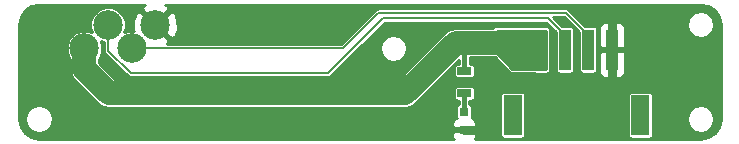
<source format=gbr>
G04 #@! TF.FileFunction,Copper,L1,Top,Signal*
%FSLAX46Y46*%
G04 Gerber Fmt 4.6, Leading zero omitted, Abs format (unit mm)*
G04 Created by KiCad (PCBNEW 4.0.7) date 04/19/18 23:02:37*
%MOMM*%
%LPD*%
G01*
G04 APERTURE LIST*
%ADD10C,0.100000*%
%ADD11R,0.797560X0.797560*%
%ADD12R,1.000000X3.500000*%
%ADD13R,1.600000X3.400000*%
%ADD14R,1.300000X0.700000*%
%ADD15C,2.500000*%
%ADD16C,0.600000*%
%ADD17C,0.400000*%
%ADD18C,0.800000*%
%ADD19C,2.000000*%
%ADD20C,0.200000*%
%ADD21C,0.254000*%
G04 APERTURE END LIST*
D10*
D11*
X154230000Y-106570700D03*
X154230000Y-108069300D03*
D12*
X160760000Y-101315000D03*
X162760000Y-101315000D03*
X164760000Y-101315000D03*
X166760000Y-101315000D03*
D13*
X158360000Y-106865000D03*
X169160000Y-106865000D03*
D14*
X154260000Y-105010000D03*
X154260000Y-103110000D03*
D15*
X122090000Y-101190000D03*
X124090000Y-99190000D03*
X126090000Y-101190000D03*
X128090000Y-99190000D03*
D16*
X155630000Y-108070000D03*
X166750000Y-104070000D03*
X166790000Y-98240000D03*
D17*
X154230000Y-106570700D02*
X154230000Y-105040000D01*
X154230000Y-105040000D02*
X154260000Y-105010000D01*
D18*
X154230000Y-108069300D02*
X155629300Y-108069300D01*
X155629300Y-108069300D02*
X155630000Y-108070000D01*
X166760000Y-101315000D02*
X166760000Y-104060000D01*
X166760000Y-104060000D02*
X166750000Y-104070000D01*
X166760000Y-101315000D02*
X166760000Y-98270000D01*
X166760000Y-98270000D02*
X166790000Y-98240000D01*
D17*
X154260000Y-103110000D02*
X154260000Y-101460000D01*
X154260000Y-101460000D02*
X153510000Y-100710000D01*
D19*
X153510000Y-100710000D02*
X157820000Y-100710000D01*
X149210000Y-105010000D02*
X153510000Y-100710000D01*
X148960000Y-105010000D02*
X149210000Y-105010000D01*
X124142234Y-105010000D02*
X148960000Y-105010000D01*
X122090000Y-101190000D02*
X122090000Y-102957766D01*
X122090000Y-102957766D02*
X124142234Y-105010000D01*
D20*
X147350000Y-98660000D02*
X161355000Y-98660000D01*
X161355000Y-98660000D02*
X162760000Y-100065000D01*
X162760000Y-100065000D02*
X162760000Y-101315000D01*
X142720000Y-103290000D02*
X147350000Y-98660000D01*
X125999598Y-103290000D02*
X142720000Y-103290000D01*
X124090000Y-99190000D02*
X124090000Y-101380402D01*
X124090000Y-101380402D02*
X125999598Y-103290000D01*
X146980000Y-98160000D02*
X162855000Y-98160000D01*
X162855000Y-98160000D02*
X164760000Y-100065000D01*
X164760000Y-100065000D02*
X164760000Y-101315000D01*
X143950000Y-101190000D02*
X146980000Y-98160000D01*
X126090000Y-101190000D02*
X143950000Y-101190000D01*
D21*
G36*
X127065533Y-97563877D02*
X126936285Y-97856680D01*
X128090000Y-99010395D01*
X129243715Y-97856680D01*
X129114467Y-97563877D01*
X128913789Y-97487000D01*
X174219763Y-97487000D01*
X174895582Y-97621429D01*
X175442879Y-97987121D01*
X175808571Y-98534418D01*
X175943000Y-99210236D01*
X175943000Y-107149764D01*
X175808571Y-107825582D01*
X175442879Y-108372879D01*
X174895582Y-108738571D01*
X174219763Y-108873000D01*
X155121885Y-108873000D01*
X155167107Y-108827778D01*
X155263780Y-108594389D01*
X155263780Y-108355050D01*
X155105030Y-108196300D01*
X154357000Y-108196300D01*
X154357000Y-108216300D01*
X154103000Y-108216300D01*
X154103000Y-108196300D01*
X153354970Y-108196300D01*
X153196220Y-108355050D01*
X153196220Y-108594389D01*
X153292893Y-108827778D01*
X153338115Y-108873000D01*
X118280236Y-108873000D01*
X117604418Y-108738571D01*
X117057121Y-108372879D01*
X116691429Y-107825582D01*
X116563015Y-107180000D01*
X117093000Y-107180000D01*
X117181071Y-107622765D01*
X117431877Y-107998123D01*
X117807235Y-108248929D01*
X118250000Y-108337000D01*
X118692765Y-108248929D01*
X119068123Y-107998123D01*
X119318929Y-107622765D01*
X119334554Y-107544211D01*
X153196220Y-107544211D01*
X153196220Y-107783550D01*
X153354970Y-107942300D01*
X154103000Y-107942300D01*
X154103000Y-107922300D01*
X154357000Y-107922300D01*
X154357000Y-107942300D01*
X155105030Y-107942300D01*
X155263780Y-107783550D01*
X155263780Y-107544211D01*
X155167107Y-107310822D01*
X154988479Y-107132193D01*
X154863906Y-107080593D01*
X154870169Y-107071426D01*
X154890814Y-106969480D01*
X154890814Y-106171920D01*
X154872894Y-106076682D01*
X154816608Y-105989211D01*
X154730726Y-105930531D01*
X154687000Y-105921676D01*
X154687000Y-105622034D01*
X154910000Y-105622034D01*
X155005238Y-105604114D01*
X155092709Y-105547828D01*
X155151389Y-105461946D01*
X155172034Y-105360000D01*
X155172034Y-105165000D01*
X157297966Y-105165000D01*
X157297966Y-108565000D01*
X157315886Y-108660238D01*
X157372172Y-108747709D01*
X157458054Y-108806389D01*
X157560000Y-108827034D01*
X159160000Y-108827034D01*
X159255238Y-108809114D01*
X159342709Y-108752828D01*
X159401389Y-108666946D01*
X159422034Y-108565000D01*
X159422034Y-105165000D01*
X168097966Y-105165000D01*
X168097966Y-108565000D01*
X168115886Y-108660238D01*
X168172172Y-108747709D01*
X168258054Y-108806389D01*
X168360000Y-108827034D01*
X169960000Y-108827034D01*
X170055238Y-108809114D01*
X170142709Y-108752828D01*
X170201389Y-108666946D01*
X170222034Y-108565000D01*
X170222034Y-107180000D01*
X173093000Y-107180000D01*
X173181071Y-107622765D01*
X173431877Y-107998123D01*
X173807235Y-108248929D01*
X174250000Y-108337000D01*
X174692765Y-108248929D01*
X175068123Y-107998123D01*
X175318929Y-107622765D01*
X175407000Y-107180000D01*
X175318929Y-106737235D01*
X175068123Y-106361877D01*
X174692765Y-106111071D01*
X174250000Y-106023000D01*
X173807235Y-106111071D01*
X173431877Y-106361877D01*
X173181071Y-106737235D01*
X173093000Y-107180000D01*
X170222034Y-107180000D01*
X170222034Y-105165000D01*
X170204114Y-105069762D01*
X170147828Y-104982291D01*
X170061946Y-104923611D01*
X169960000Y-104902966D01*
X168360000Y-104902966D01*
X168264762Y-104920886D01*
X168177291Y-104977172D01*
X168118611Y-105063054D01*
X168097966Y-105165000D01*
X159422034Y-105165000D01*
X159404114Y-105069762D01*
X159347828Y-104982291D01*
X159261946Y-104923611D01*
X159160000Y-104902966D01*
X157560000Y-104902966D01*
X157464762Y-104920886D01*
X157377291Y-104977172D01*
X157318611Y-105063054D01*
X157297966Y-105165000D01*
X155172034Y-105165000D01*
X155172034Y-104660000D01*
X155154114Y-104564762D01*
X155097828Y-104477291D01*
X155011946Y-104418611D01*
X154910000Y-104397966D01*
X153610000Y-104397966D01*
X153514762Y-104415886D01*
X153427291Y-104472172D01*
X153368611Y-104558054D01*
X153347966Y-104660000D01*
X153347966Y-105360000D01*
X153365886Y-105455238D01*
X153422172Y-105542709D01*
X153508054Y-105601389D01*
X153610000Y-105622034D01*
X153773000Y-105622034D01*
X153773000Y-105920841D01*
X153735982Y-105927806D01*
X153648511Y-105984092D01*
X153589831Y-106069974D01*
X153569186Y-106171920D01*
X153569186Y-106969480D01*
X153587106Y-107064718D01*
X153597063Y-107080192D01*
X153471521Y-107132193D01*
X153292893Y-107310822D01*
X153196220Y-107544211D01*
X119334554Y-107544211D01*
X119407000Y-107180000D01*
X119318929Y-106737235D01*
X119068123Y-106361877D01*
X118692765Y-106111071D01*
X118250000Y-106023000D01*
X117807235Y-106111071D01*
X117431877Y-106361877D01*
X117181071Y-106737235D01*
X117093000Y-107180000D01*
X116563015Y-107180000D01*
X116557000Y-107149763D01*
X116557000Y-101488446D01*
X120582739Y-101488446D01*
X120811683Y-102042532D01*
X120833000Y-102063886D01*
X120833000Y-102957766D01*
X120928683Y-103438799D01*
X121201167Y-103846599D01*
X123253401Y-105898833D01*
X123661200Y-106171317D01*
X124142234Y-106267000D01*
X149210000Y-106267000D01*
X149691033Y-106171317D01*
X150098833Y-105898833D01*
X153803000Y-102194666D01*
X153803000Y-102497966D01*
X153610000Y-102497966D01*
X153514762Y-102515886D01*
X153427291Y-102572172D01*
X153368611Y-102658054D01*
X153347966Y-102760000D01*
X153347966Y-103460000D01*
X153365886Y-103555238D01*
X153422172Y-103642709D01*
X153508054Y-103701389D01*
X153610000Y-103722034D01*
X154910000Y-103722034D01*
X155005238Y-103704114D01*
X155092709Y-103647828D01*
X155151389Y-103561946D01*
X155172034Y-103460000D01*
X155172034Y-102760000D01*
X155154114Y-102664762D01*
X155097828Y-102577291D01*
X155011946Y-102518611D01*
X154910000Y-102497966D01*
X154717000Y-102497966D01*
X154717000Y-101967000D01*
X156813548Y-101967000D01*
X158058274Y-103211726D01*
X158140013Y-103266752D01*
X158240000Y-103287000D01*
X160111527Y-103287000D01*
X160138729Y-103303812D01*
X160168729Y-103313812D01*
X160250000Y-103327000D01*
X160259832Y-103327000D01*
X160260000Y-103327034D01*
X161260000Y-103327034D01*
X161355238Y-103309114D01*
X161442709Y-103252828D01*
X161501389Y-103166946D01*
X161522034Y-103065000D01*
X161522034Y-99565000D01*
X161504114Y-99469762D01*
X161447828Y-99382291D01*
X161361946Y-99323611D01*
X161260000Y-99302966D01*
X160260000Y-99302966D01*
X160259819Y-99303000D01*
X156880000Y-99303000D01*
X156786591Y-99320576D01*
X156700801Y-99375780D01*
X156648040Y-99453000D01*
X153510000Y-99453000D01*
X153108774Y-99532808D01*
X153028966Y-99548683D01*
X152621167Y-99821167D01*
X148689334Y-103753000D01*
X124662900Y-103753000D01*
X123347000Y-102437100D01*
X123347000Y-102064555D01*
X123366828Y-102044762D01*
X123596738Y-101491076D01*
X123597261Y-100891554D01*
X123460399Y-100560323D01*
X123733000Y-100673516D01*
X123733000Y-101380402D01*
X123760175Y-101517020D01*
X123837563Y-101632839D01*
X125747161Y-103542437D01*
X125862980Y-103619825D01*
X125999598Y-103647000D01*
X142720000Y-103647000D01*
X142856618Y-103619825D01*
X142972437Y-103542437D01*
X145334874Y-101180000D01*
X147093000Y-101180000D01*
X147181071Y-101622765D01*
X147431877Y-101998123D01*
X147807235Y-102248929D01*
X148250000Y-102337000D01*
X148692765Y-102248929D01*
X149068123Y-101998123D01*
X149318929Y-101622765D01*
X149407000Y-101180000D01*
X149318929Y-100737235D01*
X149068123Y-100361877D01*
X148692765Y-100111071D01*
X148250000Y-100023000D01*
X147807235Y-100111071D01*
X147431877Y-100361877D01*
X147181071Y-100737235D01*
X147093000Y-101180000D01*
X145334874Y-101180000D01*
X147497874Y-99017000D01*
X161207126Y-99017000D01*
X161997966Y-99807840D01*
X161997966Y-103065000D01*
X162015886Y-103160238D01*
X162072172Y-103247709D01*
X162158054Y-103306389D01*
X162260000Y-103327034D01*
X163260000Y-103327034D01*
X163355238Y-103309114D01*
X163442709Y-103252828D01*
X163501389Y-103166946D01*
X163522034Y-103065000D01*
X163522034Y-99565000D01*
X163504114Y-99469762D01*
X163447828Y-99382291D01*
X163361946Y-99323611D01*
X163260000Y-99302966D01*
X162502840Y-99302966D01*
X161716874Y-98517000D01*
X162707126Y-98517000D01*
X163997966Y-99807840D01*
X163997966Y-103065000D01*
X164015886Y-103160238D01*
X164072172Y-103247709D01*
X164158054Y-103306389D01*
X164260000Y-103327034D01*
X165260000Y-103327034D01*
X165355238Y-103309114D01*
X165442709Y-103252828D01*
X165501389Y-103166946D01*
X165522034Y-103065000D01*
X165522034Y-101600750D01*
X165625000Y-101600750D01*
X165625000Y-103191310D01*
X165721673Y-103424699D01*
X165900302Y-103603327D01*
X166133691Y-103700000D01*
X166474250Y-103700000D01*
X166633000Y-103541250D01*
X166633000Y-101442000D01*
X166887000Y-101442000D01*
X166887000Y-103541250D01*
X167045750Y-103700000D01*
X167386309Y-103700000D01*
X167619698Y-103603327D01*
X167798327Y-103424699D01*
X167895000Y-103191310D01*
X167895000Y-101600750D01*
X167736250Y-101442000D01*
X166887000Y-101442000D01*
X166633000Y-101442000D01*
X165783750Y-101442000D01*
X165625000Y-101600750D01*
X165522034Y-101600750D01*
X165522034Y-99565000D01*
X165504114Y-99469762D01*
X165484120Y-99438690D01*
X165625000Y-99438690D01*
X165625000Y-101029250D01*
X165783750Y-101188000D01*
X166633000Y-101188000D01*
X166633000Y-99088750D01*
X166887000Y-99088750D01*
X166887000Y-101188000D01*
X167736250Y-101188000D01*
X167895000Y-101029250D01*
X167895000Y-99438690D01*
X167798327Y-99205301D01*
X167773026Y-99180000D01*
X173093000Y-99180000D01*
X173181071Y-99622765D01*
X173431877Y-99998123D01*
X173807235Y-100248929D01*
X174250000Y-100337000D01*
X174692765Y-100248929D01*
X175068123Y-99998123D01*
X175318929Y-99622765D01*
X175407000Y-99180000D01*
X175318929Y-98737235D01*
X175068123Y-98361877D01*
X174692765Y-98111071D01*
X174250000Y-98023000D01*
X173807235Y-98111071D01*
X173431877Y-98361877D01*
X173181071Y-98737235D01*
X173093000Y-99180000D01*
X167773026Y-99180000D01*
X167619698Y-99026673D01*
X167386309Y-98930000D01*
X167045750Y-98930000D01*
X166887000Y-99088750D01*
X166633000Y-99088750D01*
X166474250Y-98930000D01*
X166133691Y-98930000D01*
X165900302Y-99026673D01*
X165721673Y-99205301D01*
X165625000Y-99438690D01*
X165484120Y-99438690D01*
X165447828Y-99382291D01*
X165361946Y-99323611D01*
X165260000Y-99302966D01*
X164502840Y-99302966D01*
X163107437Y-97907563D01*
X162991618Y-97830175D01*
X162855000Y-97803000D01*
X146980000Y-97803000D01*
X146843382Y-97830175D01*
X146727563Y-97907563D01*
X143802126Y-100833000D01*
X129073722Y-100833000D01*
X129114467Y-100816123D01*
X129243715Y-100523320D01*
X128090000Y-99369605D01*
X128075858Y-99383748D01*
X127896253Y-99204143D01*
X127910395Y-99190000D01*
X128269605Y-99190000D01*
X129423320Y-100343715D01*
X129716123Y-100214467D01*
X129984388Y-99514194D01*
X129964250Y-98764565D01*
X129716123Y-98165533D01*
X129423320Y-98036285D01*
X128269605Y-99190000D01*
X127910395Y-99190000D01*
X126756680Y-98036285D01*
X126463877Y-98165533D01*
X126195612Y-98865806D01*
X126215750Y-99615435D01*
X126243792Y-99683134D01*
X125791554Y-99682739D01*
X125460323Y-99819601D01*
X125596738Y-99491076D01*
X125597261Y-98891554D01*
X125368317Y-98337468D01*
X124944762Y-97913172D01*
X124391076Y-97683262D01*
X123791554Y-97682739D01*
X123237468Y-97911683D01*
X122813172Y-98335238D01*
X122583262Y-98888924D01*
X122582739Y-99488446D01*
X122719601Y-99819677D01*
X122391076Y-99683262D01*
X121791554Y-99682739D01*
X121237468Y-99911683D01*
X120813172Y-100335238D01*
X120583262Y-100888924D01*
X120582739Y-101488446D01*
X116557000Y-101488446D01*
X116557000Y-99210237D01*
X116691429Y-98534418D01*
X117057121Y-97987121D01*
X117604418Y-97621429D01*
X118280236Y-97487000D01*
X127251131Y-97487000D01*
X127065533Y-97563877D01*
X127065533Y-97563877D01*
G37*
X127065533Y-97563877D02*
X126936285Y-97856680D01*
X128090000Y-99010395D01*
X129243715Y-97856680D01*
X129114467Y-97563877D01*
X128913789Y-97487000D01*
X174219763Y-97487000D01*
X174895582Y-97621429D01*
X175442879Y-97987121D01*
X175808571Y-98534418D01*
X175943000Y-99210236D01*
X175943000Y-107149764D01*
X175808571Y-107825582D01*
X175442879Y-108372879D01*
X174895582Y-108738571D01*
X174219763Y-108873000D01*
X155121885Y-108873000D01*
X155167107Y-108827778D01*
X155263780Y-108594389D01*
X155263780Y-108355050D01*
X155105030Y-108196300D01*
X154357000Y-108196300D01*
X154357000Y-108216300D01*
X154103000Y-108216300D01*
X154103000Y-108196300D01*
X153354970Y-108196300D01*
X153196220Y-108355050D01*
X153196220Y-108594389D01*
X153292893Y-108827778D01*
X153338115Y-108873000D01*
X118280236Y-108873000D01*
X117604418Y-108738571D01*
X117057121Y-108372879D01*
X116691429Y-107825582D01*
X116563015Y-107180000D01*
X117093000Y-107180000D01*
X117181071Y-107622765D01*
X117431877Y-107998123D01*
X117807235Y-108248929D01*
X118250000Y-108337000D01*
X118692765Y-108248929D01*
X119068123Y-107998123D01*
X119318929Y-107622765D01*
X119334554Y-107544211D01*
X153196220Y-107544211D01*
X153196220Y-107783550D01*
X153354970Y-107942300D01*
X154103000Y-107942300D01*
X154103000Y-107922300D01*
X154357000Y-107922300D01*
X154357000Y-107942300D01*
X155105030Y-107942300D01*
X155263780Y-107783550D01*
X155263780Y-107544211D01*
X155167107Y-107310822D01*
X154988479Y-107132193D01*
X154863906Y-107080593D01*
X154870169Y-107071426D01*
X154890814Y-106969480D01*
X154890814Y-106171920D01*
X154872894Y-106076682D01*
X154816608Y-105989211D01*
X154730726Y-105930531D01*
X154687000Y-105921676D01*
X154687000Y-105622034D01*
X154910000Y-105622034D01*
X155005238Y-105604114D01*
X155092709Y-105547828D01*
X155151389Y-105461946D01*
X155172034Y-105360000D01*
X155172034Y-105165000D01*
X157297966Y-105165000D01*
X157297966Y-108565000D01*
X157315886Y-108660238D01*
X157372172Y-108747709D01*
X157458054Y-108806389D01*
X157560000Y-108827034D01*
X159160000Y-108827034D01*
X159255238Y-108809114D01*
X159342709Y-108752828D01*
X159401389Y-108666946D01*
X159422034Y-108565000D01*
X159422034Y-105165000D01*
X168097966Y-105165000D01*
X168097966Y-108565000D01*
X168115886Y-108660238D01*
X168172172Y-108747709D01*
X168258054Y-108806389D01*
X168360000Y-108827034D01*
X169960000Y-108827034D01*
X170055238Y-108809114D01*
X170142709Y-108752828D01*
X170201389Y-108666946D01*
X170222034Y-108565000D01*
X170222034Y-107180000D01*
X173093000Y-107180000D01*
X173181071Y-107622765D01*
X173431877Y-107998123D01*
X173807235Y-108248929D01*
X174250000Y-108337000D01*
X174692765Y-108248929D01*
X175068123Y-107998123D01*
X175318929Y-107622765D01*
X175407000Y-107180000D01*
X175318929Y-106737235D01*
X175068123Y-106361877D01*
X174692765Y-106111071D01*
X174250000Y-106023000D01*
X173807235Y-106111071D01*
X173431877Y-106361877D01*
X173181071Y-106737235D01*
X173093000Y-107180000D01*
X170222034Y-107180000D01*
X170222034Y-105165000D01*
X170204114Y-105069762D01*
X170147828Y-104982291D01*
X170061946Y-104923611D01*
X169960000Y-104902966D01*
X168360000Y-104902966D01*
X168264762Y-104920886D01*
X168177291Y-104977172D01*
X168118611Y-105063054D01*
X168097966Y-105165000D01*
X159422034Y-105165000D01*
X159404114Y-105069762D01*
X159347828Y-104982291D01*
X159261946Y-104923611D01*
X159160000Y-104902966D01*
X157560000Y-104902966D01*
X157464762Y-104920886D01*
X157377291Y-104977172D01*
X157318611Y-105063054D01*
X157297966Y-105165000D01*
X155172034Y-105165000D01*
X155172034Y-104660000D01*
X155154114Y-104564762D01*
X155097828Y-104477291D01*
X155011946Y-104418611D01*
X154910000Y-104397966D01*
X153610000Y-104397966D01*
X153514762Y-104415886D01*
X153427291Y-104472172D01*
X153368611Y-104558054D01*
X153347966Y-104660000D01*
X153347966Y-105360000D01*
X153365886Y-105455238D01*
X153422172Y-105542709D01*
X153508054Y-105601389D01*
X153610000Y-105622034D01*
X153773000Y-105622034D01*
X153773000Y-105920841D01*
X153735982Y-105927806D01*
X153648511Y-105984092D01*
X153589831Y-106069974D01*
X153569186Y-106171920D01*
X153569186Y-106969480D01*
X153587106Y-107064718D01*
X153597063Y-107080192D01*
X153471521Y-107132193D01*
X153292893Y-107310822D01*
X153196220Y-107544211D01*
X119334554Y-107544211D01*
X119407000Y-107180000D01*
X119318929Y-106737235D01*
X119068123Y-106361877D01*
X118692765Y-106111071D01*
X118250000Y-106023000D01*
X117807235Y-106111071D01*
X117431877Y-106361877D01*
X117181071Y-106737235D01*
X117093000Y-107180000D01*
X116563015Y-107180000D01*
X116557000Y-107149763D01*
X116557000Y-101488446D01*
X120582739Y-101488446D01*
X120811683Y-102042532D01*
X120833000Y-102063886D01*
X120833000Y-102957766D01*
X120928683Y-103438799D01*
X121201167Y-103846599D01*
X123253401Y-105898833D01*
X123661200Y-106171317D01*
X124142234Y-106267000D01*
X149210000Y-106267000D01*
X149691033Y-106171317D01*
X150098833Y-105898833D01*
X153803000Y-102194666D01*
X153803000Y-102497966D01*
X153610000Y-102497966D01*
X153514762Y-102515886D01*
X153427291Y-102572172D01*
X153368611Y-102658054D01*
X153347966Y-102760000D01*
X153347966Y-103460000D01*
X153365886Y-103555238D01*
X153422172Y-103642709D01*
X153508054Y-103701389D01*
X153610000Y-103722034D01*
X154910000Y-103722034D01*
X155005238Y-103704114D01*
X155092709Y-103647828D01*
X155151389Y-103561946D01*
X155172034Y-103460000D01*
X155172034Y-102760000D01*
X155154114Y-102664762D01*
X155097828Y-102577291D01*
X155011946Y-102518611D01*
X154910000Y-102497966D01*
X154717000Y-102497966D01*
X154717000Y-101967000D01*
X156813548Y-101967000D01*
X158058274Y-103211726D01*
X158140013Y-103266752D01*
X158240000Y-103287000D01*
X160111527Y-103287000D01*
X160138729Y-103303812D01*
X160168729Y-103313812D01*
X160250000Y-103327000D01*
X160259832Y-103327000D01*
X160260000Y-103327034D01*
X161260000Y-103327034D01*
X161355238Y-103309114D01*
X161442709Y-103252828D01*
X161501389Y-103166946D01*
X161522034Y-103065000D01*
X161522034Y-99565000D01*
X161504114Y-99469762D01*
X161447828Y-99382291D01*
X161361946Y-99323611D01*
X161260000Y-99302966D01*
X160260000Y-99302966D01*
X160259819Y-99303000D01*
X156880000Y-99303000D01*
X156786591Y-99320576D01*
X156700801Y-99375780D01*
X156648040Y-99453000D01*
X153510000Y-99453000D01*
X153108774Y-99532808D01*
X153028966Y-99548683D01*
X152621167Y-99821167D01*
X148689334Y-103753000D01*
X124662900Y-103753000D01*
X123347000Y-102437100D01*
X123347000Y-102064555D01*
X123366828Y-102044762D01*
X123596738Y-101491076D01*
X123597261Y-100891554D01*
X123460399Y-100560323D01*
X123733000Y-100673516D01*
X123733000Y-101380402D01*
X123760175Y-101517020D01*
X123837563Y-101632839D01*
X125747161Y-103542437D01*
X125862980Y-103619825D01*
X125999598Y-103647000D01*
X142720000Y-103647000D01*
X142856618Y-103619825D01*
X142972437Y-103542437D01*
X145334874Y-101180000D01*
X147093000Y-101180000D01*
X147181071Y-101622765D01*
X147431877Y-101998123D01*
X147807235Y-102248929D01*
X148250000Y-102337000D01*
X148692765Y-102248929D01*
X149068123Y-101998123D01*
X149318929Y-101622765D01*
X149407000Y-101180000D01*
X149318929Y-100737235D01*
X149068123Y-100361877D01*
X148692765Y-100111071D01*
X148250000Y-100023000D01*
X147807235Y-100111071D01*
X147431877Y-100361877D01*
X147181071Y-100737235D01*
X147093000Y-101180000D01*
X145334874Y-101180000D01*
X147497874Y-99017000D01*
X161207126Y-99017000D01*
X161997966Y-99807840D01*
X161997966Y-103065000D01*
X162015886Y-103160238D01*
X162072172Y-103247709D01*
X162158054Y-103306389D01*
X162260000Y-103327034D01*
X163260000Y-103327034D01*
X163355238Y-103309114D01*
X163442709Y-103252828D01*
X163501389Y-103166946D01*
X163522034Y-103065000D01*
X163522034Y-99565000D01*
X163504114Y-99469762D01*
X163447828Y-99382291D01*
X163361946Y-99323611D01*
X163260000Y-99302966D01*
X162502840Y-99302966D01*
X161716874Y-98517000D01*
X162707126Y-98517000D01*
X163997966Y-99807840D01*
X163997966Y-103065000D01*
X164015886Y-103160238D01*
X164072172Y-103247709D01*
X164158054Y-103306389D01*
X164260000Y-103327034D01*
X165260000Y-103327034D01*
X165355238Y-103309114D01*
X165442709Y-103252828D01*
X165501389Y-103166946D01*
X165522034Y-103065000D01*
X165522034Y-101600750D01*
X165625000Y-101600750D01*
X165625000Y-103191310D01*
X165721673Y-103424699D01*
X165900302Y-103603327D01*
X166133691Y-103700000D01*
X166474250Y-103700000D01*
X166633000Y-103541250D01*
X166633000Y-101442000D01*
X166887000Y-101442000D01*
X166887000Y-103541250D01*
X167045750Y-103700000D01*
X167386309Y-103700000D01*
X167619698Y-103603327D01*
X167798327Y-103424699D01*
X167895000Y-103191310D01*
X167895000Y-101600750D01*
X167736250Y-101442000D01*
X166887000Y-101442000D01*
X166633000Y-101442000D01*
X165783750Y-101442000D01*
X165625000Y-101600750D01*
X165522034Y-101600750D01*
X165522034Y-99565000D01*
X165504114Y-99469762D01*
X165484120Y-99438690D01*
X165625000Y-99438690D01*
X165625000Y-101029250D01*
X165783750Y-101188000D01*
X166633000Y-101188000D01*
X166633000Y-99088750D01*
X166887000Y-99088750D01*
X166887000Y-101188000D01*
X167736250Y-101188000D01*
X167895000Y-101029250D01*
X167895000Y-99438690D01*
X167798327Y-99205301D01*
X167773026Y-99180000D01*
X173093000Y-99180000D01*
X173181071Y-99622765D01*
X173431877Y-99998123D01*
X173807235Y-100248929D01*
X174250000Y-100337000D01*
X174692765Y-100248929D01*
X175068123Y-99998123D01*
X175318929Y-99622765D01*
X175407000Y-99180000D01*
X175318929Y-98737235D01*
X175068123Y-98361877D01*
X174692765Y-98111071D01*
X174250000Y-98023000D01*
X173807235Y-98111071D01*
X173431877Y-98361877D01*
X173181071Y-98737235D01*
X173093000Y-99180000D01*
X167773026Y-99180000D01*
X167619698Y-99026673D01*
X167386309Y-98930000D01*
X167045750Y-98930000D01*
X166887000Y-99088750D01*
X166633000Y-99088750D01*
X166474250Y-98930000D01*
X166133691Y-98930000D01*
X165900302Y-99026673D01*
X165721673Y-99205301D01*
X165625000Y-99438690D01*
X165484120Y-99438690D01*
X165447828Y-99382291D01*
X165361946Y-99323611D01*
X165260000Y-99302966D01*
X164502840Y-99302966D01*
X163107437Y-97907563D01*
X162991618Y-97830175D01*
X162855000Y-97803000D01*
X146980000Y-97803000D01*
X146843382Y-97830175D01*
X146727563Y-97907563D01*
X143802126Y-100833000D01*
X129073722Y-100833000D01*
X129114467Y-100816123D01*
X129243715Y-100523320D01*
X128090000Y-99369605D01*
X128075858Y-99383748D01*
X127896253Y-99204143D01*
X127910395Y-99190000D01*
X128269605Y-99190000D01*
X129423320Y-100343715D01*
X129716123Y-100214467D01*
X129984388Y-99514194D01*
X129964250Y-98764565D01*
X129716123Y-98165533D01*
X129423320Y-98036285D01*
X128269605Y-99190000D01*
X127910395Y-99190000D01*
X126756680Y-98036285D01*
X126463877Y-98165533D01*
X126195612Y-98865806D01*
X126215750Y-99615435D01*
X126243792Y-99683134D01*
X125791554Y-99682739D01*
X125460323Y-99819601D01*
X125596738Y-99491076D01*
X125597261Y-98891554D01*
X125368317Y-98337468D01*
X124944762Y-97913172D01*
X124391076Y-97683262D01*
X123791554Y-97682739D01*
X123237468Y-97911683D01*
X122813172Y-98335238D01*
X122583262Y-98888924D01*
X122582739Y-99488446D01*
X122719601Y-99819677D01*
X122391076Y-99683262D01*
X121791554Y-99682739D01*
X121237468Y-99911683D01*
X120813172Y-100335238D01*
X120583262Y-100888924D01*
X120582739Y-101488446D01*
X116557000Y-101488446D01*
X116557000Y-99210237D01*
X116691429Y-98534418D01*
X117057121Y-97987121D01*
X117604418Y-97621429D01*
X118280236Y-97487000D01*
X127251131Y-97487000D01*
X127065533Y-97563877D01*
G36*
X161133000Y-102943000D02*
X160282606Y-102943000D01*
X160279803Y-102940197D01*
X160237789Y-102912334D01*
X160190000Y-102903000D01*
X158292606Y-102903000D01*
X157007000Y-101617394D01*
X157007000Y-99687000D01*
X161133000Y-99687000D01*
X161133000Y-102943000D01*
X161133000Y-102943000D01*
G37*
X161133000Y-102943000D02*
X160282606Y-102943000D01*
X160279803Y-102940197D01*
X160237789Y-102912334D01*
X160190000Y-102903000D01*
X158292606Y-102903000D01*
X157007000Y-101617394D01*
X157007000Y-99687000D01*
X161133000Y-99687000D01*
X161133000Y-102943000D01*
M02*

</source>
